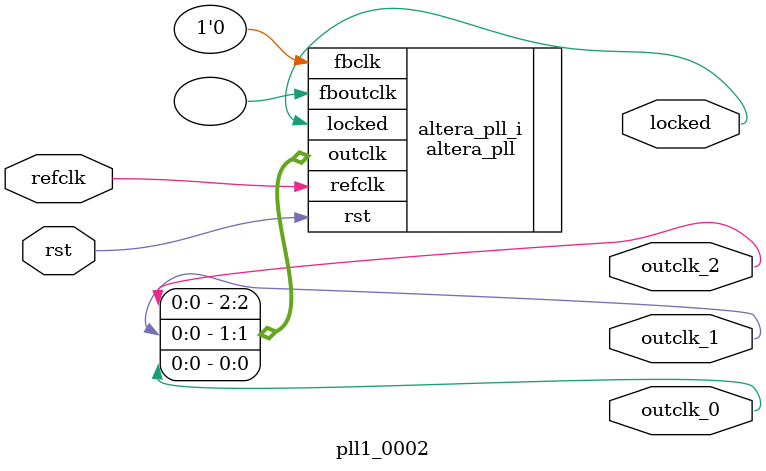
<source format=v>
`timescale 1ns/10ps
module  pll1_0002(

	// interface 'refclk'
	input wire refclk,

	// interface 'reset'
	input wire rst,

	// interface 'outclk0'
	output wire outclk_0,

	// interface 'outclk1'
	output wire outclk_1,

	// interface 'outclk2'
	output wire outclk_2,

	// interface 'locked'
	output wire locked
);

	altera_pll #(
		.fractional_vco_multiplier("false"),
		.reference_clock_frequency("50.0 MHz"),
		.operation_mode("direct"),
		.number_of_clocks(3),
		.output_clock_frequency0("125.000000 MHz"),
		.phase_shift0("0 ps"),
		.duty_cycle0(50),
		.output_clock_frequency1("62.500000 MHz"),
		.phase_shift1("0 ps"),
		.duty_cycle1(50),
		.output_clock_frequency2("62.500000 MHz"),
		.phase_shift2("0 ps"),
		.duty_cycle2(50),
		.output_clock_frequency3("0 MHz"),
		.phase_shift3("0 ps"),
		.duty_cycle3(50),
		.output_clock_frequency4("0 MHz"),
		.phase_shift4("0 ps"),
		.duty_cycle4(50),
		.output_clock_frequency5("0 MHz"),
		.phase_shift5("0 ps"),
		.duty_cycle5(50),
		.output_clock_frequency6("0 MHz"),
		.phase_shift6("0 ps"),
		.duty_cycle6(50),
		.output_clock_frequency7("0 MHz"),
		.phase_shift7("0 ps"),
		.duty_cycle7(50),
		.output_clock_frequency8("0 MHz"),
		.phase_shift8("0 ps"),
		.duty_cycle8(50),
		.output_clock_frequency9("0 MHz"),
		.phase_shift9("0 ps"),
		.duty_cycle9(50),
		.output_clock_frequency10("0 MHz"),
		.phase_shift10("0 ps"),
		.duty_cycle10(50),
		.output_clock_frequency11("0 MHz"),
		.phase_shift11("0 ps"),
		.duty_cycle11(50),
		.output_clock_frequency12("0 MHz"),
		.phase_shift12("0 ps"),
		.duty_cycle12(50),
		.output_clock_frequency13("0 MHz"),
		.phase_shift13("0 ps"),
		.duty_cycle13(50),
		.output_clock_frequency14("0 MHz"),
		.phase_shift14("0 ps"),
		.duty_cycle14(50),
		.output_clock_frequency15("0 MHz"),
		.phase_shift15("0 ps"),
		.duty_cycle15(50),
		.output_clock_frequency16("0 MHz"),
		.phase_shift16("0 ps"),
		.duty_cycle16(50),
		.output_clock_frequency17("0 MHz"),
		.phase_shift17("0 ps"),
		.duty_cycle17(50),
		.pll_type("General"),
		.pll_subtype("General")
	) altera_pll_i (
		.rst	(rst),
		.outclk	({outclk_2, outclk_1, outclk_0}),
		.locked	(locked),
		.fboutclk	( ),
		.fbclk	(1'b0),
		.refclk	(refclk)
	);
endmodule


</source>
